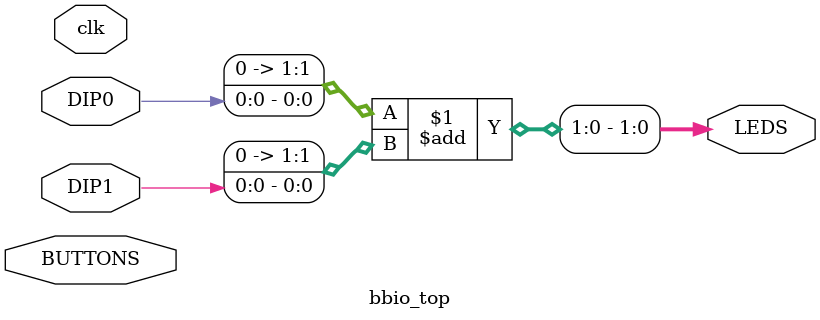
<source format=v>
`timescale 1ns / 1ps

module bbio_top(
  input clk,
  input [1:0] BUTTONS,
  input wire DIP0,
  input wire DIP1,

  output [5:0] LEDS
);
  assign LEDS[1:0] = {1'b0,DIP0} + {1'b0,DIP1};
endmodule


</source>
